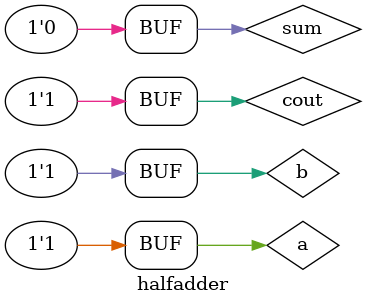
<source format=v>
module halfadder;
reg a,b,t1;
wire cout,sum;
and(cout,a,b);
xor(sum,a,b);
initial
begin 
$monitor("a:%b b:%b sum:%b cout:%b",a,b,sum,cout);
a=1'b0;
b=1'b0;
#10
a=1'b0;
b=1'b1;
#10
a=1'b1;
b=1'b0;
#10
a=1'b1;
b=1'b1;
end
endmodule 
</source>
